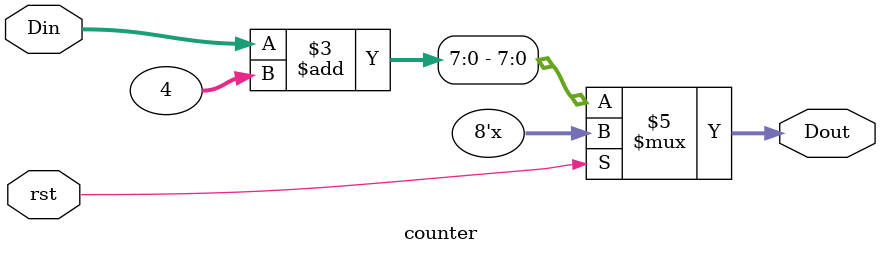
<source format=v>
module counter (rst, Din, Dout);

 input  		rst;
 input  		[7:0] Din;
 output reg [7:0] Dout;

 always @(*) begin
 
  if (rst == 0)
   Dout = Din + 4;
 
 end

endmodule 
</source>
